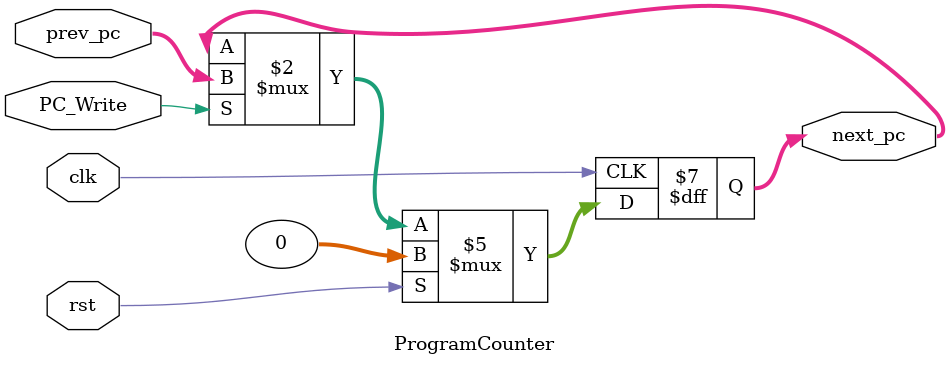
<source format=v>
module ProgramCounter(
    input clk, rst, PC_Write,
    input [31:0] prev_pc, 
    output reg [31:0] next_pc
    );
       
    always @(posedge clk)
    begin
        if (rst)
            next_pc <= 32'b0;
        else
            if(PC_Write)
                next_pc <= prev_pc;
    end
    
endmodule

</source>
